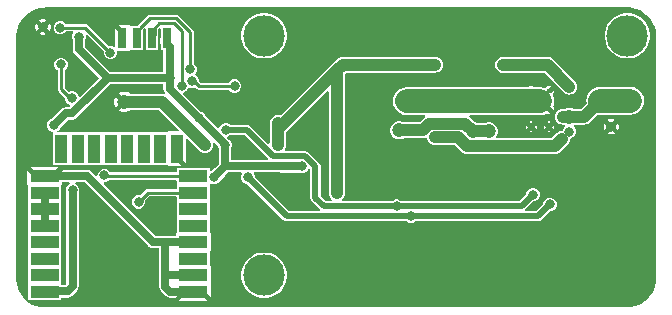
<source format=gbl>
G04*
G04 #@! TF.GenerationSoftware,Altium Limited,Altium Designer,21.4.1 (30)*
G04*
G04 Layer_Physical_Order=2*
G04 Layer_Color=16711680*
%FSLAX44Y44*%
%MOMM*%
G71*
G04*
G04 #@! TF.SameCoordinates,55B94D97-2DA6-48D6-997F-8BE97AF1AB5C*
G04*
G04*
G04 #@! TF.FilePolarity,Positive*
G04*
G01*
G75*
%ADD10C,0.5000*%
%ADD64C,2.0000*%
%ADD66C,0.7000*%
%ADD67C,1.0000*%
%ADD70C,0.2500*%
%ADD73C,3.5000*%
%ADD75C,0.4000*%
%ADD76C,0.7000*%
%ADD77C,0.8000*%
%ADD78C,1.2000*%
%ADD79R,2.4500X1.0000*%
%ADD80R,1.0000X2.4500*%
%ADD81R,0.7000X1.7000*%
G36*
X1257669Y521415D02*
X1260829Y520569D01*
X1263851Y519317D01*
X1266684Y517681D01*
X1269279Y515690D01*
X1271592Y513377D01*
X1273584Y510782D01*
X1275219Y507948D01*
X1276471Y504926D01*
X1277318Y501766D01*
X1277745Y498523D01*
Y496948D01*
X1277742Y496877D01*
X1277727Y496811D01*
X1277726Y496693D01*
X1277689Y496581D01*
X1277670Y496420D01*
X1277684Y496236D01*
X1277653Y496054D01*
X1277655Y495958D01*
X1277655Y292231D01*
X1277654Y292211D01*
X1277646Y292114D01*
X1277654Y292041D01*
X1277637Y291969D01*
X1277554Y289528D01*
X1276495Y284855D01*
X1274567Y280472D01*
X1271840Y276534D01*
X1268415Y273188D01*
X1264416Y270553D01*
X1259989Y268727D01*
X1255295Y267777D01*
X1252901Y267756D01*
X1252828Y267741D01*
X1252755Y267751D01*
X1252692Y267746D01*
X761266Y267745D01*
X760990Y267690D01*
X760707Y267683D01*
X760594Y267658D01*
X758975D01*
X755731Y268085D01*
X752571Y268931D01*
X749549Y270183D01*
X746716Y271819D01*
X744121Y273810D01*
X741808Y276123D01*
X739816Y278718D01*
X738181Y281551D01*
X736929Y284574D01*
X736082Y287734D01*
X735655Y290977D01*
Y292556D01*
X735658Y292623D01*
X735671Y292686D01*
X735672Y292943D01*
X735723Y293196D01*
X735745Y496660D01*
X735749Y496784D01*
X735745Y496806D01*
X735750Y496829D01*
X735774Y498532D01*
X736215Y501706D01*
X737056Y504793D01*
X738284Y507747D01*
X739879Y510521D01*
X741816Y513068D01*
X744062Y515346D01*
X746580Y517320D01*
X749330Y518955D01*
X752266Y520226D01*
X755340Y521112D01*
X758503Y521598D01*
X760102Y521637D01*
X760391Y521702D01*
X760688Y521720D01*
X760819Y521755D01*
X1251857Y521755D01*
X1251957Y521752D01*
X1252131Y521782D01*
X1252308Y521768D01*
X1252471Y521786D01*
X1252589Y521824D01*
X1252714Y521825D01*
X1252795Y521842D01*
X1254426Y521842D01*
X1257669Y521415D01*
D02*
G37*
%LPC*%
G36*
X759311Y511490D02*
X757589D01*
X755926Y511044D01*
X755456Y510773D01*
X758450Y507779D01*
X761444Y510773D01*
X760974Y511044D01*
X759311Y511490D01*
D02*
G37*
G36*
X848855Y515608D02*
X847704Y515379D01*
X846728Y514727D01*
X846728Y514727D01*
X838373Y506372D01*
X838250Y506188D01*
X833050D01*
Y506188D01*
X831790Y506212D01*
Y507028D01*
X822538D01*
X827164Y502402D01*
X824336Y499573D01*
X819710Y504199D01*
Y489119D01*
X818440Y488502D01*
X816733Y489209D01*
X814466D01*
X814050Y489037D01*
X796460Y506627D01*
X795484Y507279D01*
X794333Y507508D01*
X778024D01*
X777932Y507729D01*
X776329Y509332D01*
X774234Y510200D01*
X771966D01*
X769871Y509332D01*
X768268Y507729D01*
X767400Y505634D01*
Y503366D01*
X768268Y501271D01*
X769871Y499668D01*
X771966Y498800D01*
X774234D01*
X776329Y499668D01*
X777932Y501271D01*
X778024Y501492D01*
X783770D01*
X784256Y500319D01*
X784216Y500279D01*
X783348Y498184D01*
Y495916D01*
X783746Y494955D01*
Y486163D01*
X784149Y484134D01*
X785299Y482414D01*
X805713Y462000D01*
X789926Y446213D01*
X788504Y446587D01*
X787885Y448081D01*
X786281Y449685D01*
X784186Y450552D01*
X781919D01*
X780645Y450025D01*
X776808Y453863D01*
Y468476D01*
X777029Y468568D01*
X778632Y470171D01*
X779500Y472266D01*
Y474534D01*
X778632Y476629D01*
X777029Y478232D01*
X774934Y479100D01*
X772666D01*
X770571Y478232D01*
X768968Y476629D01*
X768100Y474534D01*
Y472266D01*
X768968Y470171D01*
X770571Y468568D01*
X770792Y468476D01*
Y452617D01*
X771021Y451466D01*
X771673Y450490D01*
X777353Y444811D01*
Y443719D01*
X778220Y441624D01*
X779824Y440020D01*
X781209Y439446D01*
X781516Y438228D01*
X780734Y437301D01*
X777817D01*
X775788Y436897D01*
X774068Y435748D01*
X765844Y427524D01*
X764421Y426935D01*
X762818Y425331D01*
X761950Y423236D01*
Y420969D01*
X762818Y418874D01*
X764421Y417270D01*
X766126Y416564D01*
X766628Y416196D01*
X767100Y415327D01*
Y415132D01*
Y387950D01*
X779830D01*
X780500Y387950D01*
X781770Y387950D01*
X793830D01*
X794500Y387950D01*
X795770Y387950D01*
X807830D01*
X808500Y387950D01*
X809770Y387950D01*
X821830D01*
X822500Y387950D01*
X823770Y387950D01*
X835830D01*
X836500Y387950D01*
X837770Y387950D01*
X849830D01*
X850500Y387950D01*
X851770Y387950D01*
X864260D01*
Y387110D01*
X876512D01*
X870386Y393236D01*
X873214Y396064D01*
X879340Y389939D01*
Y410311D01*
X880513Y410797D01*
X890889Y400421D01*
X892289Y399347D01*
X893919Y398672D01*
X895667Y398442D01*
X897417Y398672D01*
X899046Y399347D01*
X900446Y400421D01*
X901520Y401821D01*
X902195Y403451D01*
X902425Y405200D01*
X902195Y406949D01*
X903272Y407667D01*
X907034Y403905D01*
X907366Y403105D01*
Y389496D01*
X904818Y386949D01*
X904235Y386077D01*
X900970Y382812D01*
X900970Y382811D01*
X899700Y383493D01*
Y385650D01*
X871800D01*
Y381958D01*
X815602D01*
X815282Y382729D01*
X813679Y384332D01*
X811584Y385200D01*
X809316D01*
X807221Y384332D01*
X805618Y382729D01*
X804750Y380634D01*
Y379444D01*
X803480Y378918D01*
X799699Y382699D01*
X797979Y383848D01*
X795950Y384252D01*
X775230D01*
X768514Y377536D01*
X765686Y380364D01*
X771812Y386490D01*
X747888D01*
X754014Y380364D01*
X751186Y377536D01*
X745060Y383661D01*
Y371410D01*
X745900D01*
Y358250D01*
X745900D01*
Y357650D01*
X745900D01*
Y344250D01*
X745900D01*
Y343650D01*
X745900D01*
Y330920D01*
X745900Y330250D01*
X745900Y328980D01*
Y316920D01*
X745900Y316250D01*
X745900Y314980D01*
Y302920D01*
X745900Y302250D01*
X745900Y300980D01*
Y288920D01*
X745900Y288250D01*
X745900Y286980D01*
Y274250D01*
X773800D01*
Y276054D01*
X779399D01*
X781428Y276458D01*
X783148Y277607D01*
X787249Y281707D01*
X788398Y283427D01*
X788802Y285456D01*
Y365105D01*
X789200Y366066D01*
Y368334D01*
X788332Y370429D01*
X786729Y372032D01*
X785894Y372378D01*
X786146Y373648D01*
X793754D01*
X848201Y319201D01*
X849921Y318052D01*
X851950Y317648D01*
X856898D01*
Y285184D01*
X857302Y283155D01*
X858451Y281434D01*
X862551Y277334D01*
X864272Y276185D01*
X866301Y275781D01*
X870503D01*
X877086Y282364D01*
X879914Y279536D01*
X873789Y273410D01*
X897712D01*
X891586Y279536D01*
X894414Y282364D01*
X900540Y276238D01*
Y287410D01*
Y302490D01*
X899700D01*
Y315410D01*
X900540D01*
Y330490D01*
X899700D01*
Y342980D01*
X899700Y343650D01*
X899700Y344920D01*
Y356980D01*
X899700Y357650D01*
X899700Y358920D01*
Y370980D01*
X899700Y372250D01*
X900970Y372734D01*
X902566Y372073D01*
X904834D01*
X906929Y372940D01*
X908532Y374544D01*
X909122Y375967D01*
X912316Y379161D01*
X912899Y380033D01*
X914864Y381998D01*
X926505D01*
X927055Y380728D01*
X926300Y378906D01*
Y376639D01*
X927168Y374544D01*
X928771Y372940D01*
X930866Y372073D01*
X931644D01*
X961845Y341872D01*
X963234Y340944D01*
X964873Y340618D01*
X1066321D01*
X1066871Y340068D01*
X1068966Y339200D01*
X1071234D01*
X1073329Y340068D01*
X1073879Y340618D01*
X1177500D01*
X1179139Y340944D01*
X1180528Y341872D01*
X1187956Y349300D01*
X1188734D01*
X1190829Y350168D01*
X1192432Y351771D01*
X1193300Y353866D01*
Y356134D01*
X1192432Y358229D01*
X1190829Y359832D01*
X1188734Y360700D01*
X1186466D01*
X1184371Y359832D01*
X1182768Y358229D01*
X1181900Y356134D01*
Y355356D01*
X1175726Y349182D01*
X1167233D01*
X1166839Y350111D01*
X1166808Y350452D01*
X1173756Y357400D01*
X1174534D01*
X1176629Y358268D01*
X1178232Y359871D01*
X1179100Y361966D01*
Y364234D01*
X1178232Y366329D01*
X1176629Y367932D01*
X1174534Y368800D01*
X1172266D01*
X1170171Y367932D01*
X1168568Y366329D01*
X1167700Y364234D01*
Y363456D01*
X1161926Y357682D01*
X1061579D01*
X1061029Y358232D01*
X1058934Y359100D01*
X1056666D01*
X1054571Y358232D01*
X1054021Y357682D01*
X1011768D01*
X1011337Y358952D01*
X1012078Y359521D01*
X1013152Y360921D01*
X1013828Y362551D01*
X1014058Y364300D01*
Y465701D01*
X1014899Y466542D01*
X1090400D01*
X1092149Y466772D01*
X1093779Y467448D01*
X1095179Y468521D01*
X1096252Y469921D01*
X1096927Y471551D01*
X1097158Y473300D01*
X1096927Y475049D01*
X1096252Y476679D01*
X1095179Y478078D01*
X1093779Y479152D01*
X1092149Y479827D01*
X1090400Y480058D01*
X1012100D01*
X1010351Y479828D01*
X1008721Y479152D01*
X1007321Y478078D01*
X1002522Y473279D01*
X959370Y430127D01*
X959133Y430225D01*
X957384Y430456D01*
X955635Y430225D01*
X954005Y429550D01*
X952606Y428476D01*
X951532Y427077D01*
X950856Y425447D01*
X950626Y423698D01*
Y406501D01*
X949356Y405975D01*
X934003Y421328D01*
X932614Y422256D01*
X930975Y422582D01*
X917179D01*
X916629Y423132D01*
X914534Y424000D01*
X912266D01*
X910171Y423132D01*
X908568Y421529D01*
X907875Y419856D01*
X906527Y419409D01*
X895660Y430275D01*
X895262Y431236D01*
X893659Y432840D01*
X892698Y433238D01*
X877361Y448575D01*
X877735Y449997D01*
X879229Y450616D01*
X880832Y452219D01*
X881331Y453425D01*
X882873Y454161D01*
X883664Y453833D01*
X885932D01*
X887205Y454361D01*
X888592Y452973D01*
X889568Y452321D01*
X890719Y452092D01*
X915776D01*
X915868Y451871D01*
X917471Y450268D01*
X919566Y449400D01*
X921834D01*
X923929Y450268D01*
X925532Y451871D01*
X926400Y453966D01*
Y456234D01*
X925532Y458329D01*
X923929Y459932D01*
X921834Y460800D01*
X919566D01*
X917471Y459932D01*
X915868Y458329D01*
X915776Y458108D01*
X891965D01*
X890498Y459575D01*
Y460667D01*
X889630Y462762D01*
X888027Y464365D01*
X887774Y464470D01*
X887526Y465715D01*
X887782Y465971D01*
X888650Y468066D01*
Y470334D01*
X887782Y472429D01*
X886179Y474032D01*
X885958Y474124D01*
Y501150D01*
X885958Y501150D01*
X885729Y502301D01*
X885077Y503277D01*
X873627Y514727D01*
X872651Y515379D01*
X871500Y515608D01*
X848855D01*
X848855Y515608D01*
D02*
G37*
G36*
X764273Y507944D02*
X761278Y504950D01*
X764273Y501956D01*
X764544Y502426D01*
X764990Y504089D01*
Y505811D01*
X764544Y507474D01*
X764273Y507944D01*
D02*
G37*
G36*
X752627D02*
X752356Y507474D01*
X751910Y505811D01*
Y504089D01*
X752356Y502426D01*
X752627Y501956D01*
X755622Y504950D01*
X752627Y507944D01*
D02*
G37*
G36*
X758450Y502122D02*
X755455Y499127D01*
X755926Y498856D01*
X757589Y498410D01*
X759311D01*
X760974Y498856D01*
X761444Y499127D01*
X758450Y502122D01*
D02*
G37*
G36*
X1255181Y516888D02*
X1251399D01*
X1247690Y516150D01*
X1244195Y514702D01*
X1241051Y512601D01*
X1238376Y509927D01*
X1236275Y506782D01*
X1234828Y503288D01*
X1234090Y499579D01*
Y495797D01*
X1234828Y492087D01*
X1236275Y488593D01*
X1238376Y485448D01*
X1241051Y482774D01*
X1244195Y480673D01*
X1247690Y479225D01*
X1251399Y478488D01*
X1255181D01*
X1258890Y479225D01*
X1262385Y480673D01*
X1265529Y482774D01*
X1268204Y485448D01*
X1270305Y488593D01*
X1271752Y492087D01*
X1272490Y495797D01*
Y499579D01*
X1271752Y503288D01*
X1270305Y506782D01*
X1268204Y509927D01*
X1265529Y512601D01*
X1262385Y514702D01*
X1258890Y516150D01*
X1255181Y516888D01*
D02*
G37*
G36*
X947591D02*
X943809D01*
X940100Y516150D01*
X936605Y514702D01*
X933461Y512601D01*
X930786Y509927D01*
X928685Y506782D01*
X927238Y503288D01*
X926500Y499579D01*
Y495797D01*
X927238Y492087D01*
X928685Y488593D01*
X930786Y485448D01*
X933461Y482774D01*
X936605Y480673D01*
X940100Y479225D01*
X943809Y478488D01*
X947591D01*
X951301Y479225D01*
X954795Y480673D01*
X957939Y482774D01*
X960614Y485448D01*
X962715Y488593D01*
X964162Y492087D01*
X964900Y495797D01*
Y499579D01*
X964162Y503288D01*
X962715Y506782D01*
X960614Y509927D01*
X957939Y512601D01*
X954795Y514702D01*
X951301Y516150D01*
X947591Y516888D01*
D02*
G37*
G36*
X1187773Y455150D02*
X1185967D01*
X1184298Y454459D01*
X1183179Y453340D01*
X1182554Y453599D01*
X1179500Y454001D01*
X1174900D01*
X1174442Y454459D01*
X1172773Y455150D01*
X1170967D01*
X1169298Y454459D01*
X1168840Y454001D01*
X1066500D01*
X1063446Y453599D01*
X1060600Y452420D01*
X1058156Y450545D01*
X1056280Y448101D01*
X1055101Y445254D01*
X1054699Y442200D01*
X1055101Y439146D01*
X1056280Y436300D01*
X1058156Y433856D01*
X1060600Y431980D01*
X1063446Y430801D01*
X1066500Y430399D01*
X1081762D01*
X1082072Y429707D01*
X1082114Y429129D01*
X1080875Y428178D01*
X1077507Y424810D01*
X1063142D01*
X1063082Y424845D01*
X1061124Y425370D01*
X1059096D01*
X1057138Y424845D01*
X1055382Y423831D01*
X1053948Y422398D01*
X1052935Y420642D01*
X1052410Y418684D01*
Y416656D01*
X1052935Y414698D01*
X1053948Y412942D01*
X1055382Y411508D01*
X1057138Y410495D01*
X1059096Y409970D01*
X1061124D01*
X1063082Y410495D01*
X1064468Y411295D01*
X1080306D01*
X1082055Y411525D01*
X1082523Y411719D01*
X1082542Y411718D01*
X1083848Y410893D01*
X1083972Y409951D01*
X1084648Y408321D01*
X1085722Y406922D01*
X1087121Y405848D01*
X1088751Y405173D01*
X1090500Y404942D01*
X1107240D01*
X1112861Y399322D01*
X1114260Y398248D01*
X1115890Y397573D01*
X1117639Y397342D01*
X1191660D01*
X1193409Y397573D01*
X1195039Y398248D01*
X1196439Y399322D01*
X1202908Y405792D01*
X1203982Y407191D01*
X1204658Y408821D01*
X1204888Y410570D01*
X1205142Y410860D01*
X1205254D01*
X1207349Y411728D01*
X1208952Y413331D01*
X1209820Y415426D01*
Y417694D01*
X1208952Y419789D01*
X1207745Y420995D01*
X1207781Y422467D01*
X1207789Y422487D01*
X1216913D01*
X1218662Y422718D01*
X1220292Y423393D01*
X1221692Y424467D01*
X1228305Y431080D01*
X1230290Y430819D01*
X1255616D01*
X1258671Y431221D01*
X1261517Y432400D01*
X1263961Y434275D01*
X1265836Y436720D01*
X1267015Y439566D01*
X1267417Y442620D01*
X1267015Y445674D01*
X1265836Y448521D01*
X1263961Y450965D01*
X1261517Y452840D01*
X1258671Y454019D01*
X1255616Y454421D01*
X1230290D01*
X1227236Y454019D01*
X1224389Y452840D01*
X1221945Y450965D01*
X1220070Y448521D01*
X1218891Y445674D01*
X1218489Y442620D01*
X1218750Y440639D01*
X1214114Y436003D01*
X1207841D01*
X1207092Y436435D01*
X1205134Y436960D01*
X1203106D01*
X1201148Y436435D01*
X1200425Y436018D01*
X1198700D01*
X1196951Y435788D01*
X1195321Y435112D01*
X1193922Y434039D01*
X1192848Y432639D01*
X1192172Y431009D01*
X1191942Y429260D01*
X1192172Y427511D01*
X1192848Y425881D01*
X1193922Y424482D01*
X1195321Y423408D01*
X1196951Y422733D01*
X1198700Y422502D01*
X1200425D01*
X1200460Y422419D01*
X1200495Y420995D01*
X1199288Y419789D01*
X1198420Y417694D01*
Y417582D01*
X1198130Y417328D01*
X1196381Y417098D01*
X1194751Y416422D01*
X1193352Y415349D01*
X1188861Y410858D01*
X1142507D01*
X1142260Y411454D01*
X1142094Y412128D01*
X1143075Y413828D01*
X1143600Y415786D01*
Y417814D01*
X1143075Y419772D01*
X1142061Y421528D01*
X1140628Y422962D01*
X1138872Y423975D01*
X1136914Y424500D01*
X1134886D01*
X1132928Y423975D01*
X1132291Y423608D01*
X1126582D01*
X1125772Y424075D01*
X1124226Y424489D01*
X1120537Y428178D01*
X1119298Y429129D01*
X1119341Y429707D01*
X1119650Y430399D01*
X1179500D01*
X1182554Y430801D01*
X1184585Y431642D01*
X1185967Y431070D01*
X1187773D01*
X1188345Y431307D01*
X1185456Y434196D01*
X1188284Y437024D01*
X1191173Y434135D01*
X1191410Y434707D01*
Y436513D01*
X1190719Y438182D01*
X1190564Y438337D01*
X1190899Y439146D01*
X1191301Y442200D01*
X1190899Y445254D01*
X1190031Y447350D01*
X1190719Y448038D01*
X1191410Y449707D01*
Y451513D01*
X1191173Y452085D01*
X1188284Y449196D01*
X1185456Y452024D01*
X1188345Y454913D01*
X1187773Y455150D01*
D02*
G37*
G36*
X1185680Y479858D02*
X1148100D01*
X1146351Y479627D01*
X1144721Y478952D01*
X1143322Y477878D01*
X1142248Y476479D01*
X1141572Y474849D01*
X1141342Y473100D01*
X1141572Y471351D01*
X1142248Y469721D01*
X1143322Y468321D01*
X1144721Y467248D01*
X1146351Y466572D01*
X1148100Y466342D01*
X1182881D01*
X1199342Y449882D01*
X1200741Y448808D01*
X1202371Y448133D01*
X1204120Y447902D01*
X1205869Y448133D01*
X1207499Y448808D01*
X1208898Y449882D01*
X1209972Y451281D01*
X1210648Y452911D01*
X1210878Y454660D01*
X1210648Y456409D01*
X1209972Y458039D01*
X1208898Y459439D01*
X1190458Y477878D01*
X1189059Y478952D01*
X1187429Y479627D01*
X1185680Y479858D01*
D02*
G37*
G36*
X1240461Y427340D02*
X1238739D01*
X1237076Y426894D01*
X1236606Y426623D01*
X1239600Y423628D01*
X1242594Y426623D01*
X1242124Y426894D01*
X1240461Y427340D01*
D02*
G37*
G36*
X1187773Y425150D02*
X1185967D01*
X1185395Y424913D01*
X1186870Y423438D01*
X1188345Y424913D01*
X1187773Y425150D01*
D02*
G37*
G36*
X1172773D02*
X1170967D01*
X1170395Y424913D01*
X1171870Y423438D01*
X1173345Y424913D01*
X1172773Y425150D01*
D02*
G37*
G36*
X1182567Y422085D02*
X1182330Y421513D01*
Y419707D01*
X1182567Y419135D01*
X1184042Y420610D01*
X1182567Y422085D01*
D02*
G37*
G36*
X1167567D02*
X1167330Y421513D01*
Y419707D01*
X1167567Y419135D01*
X1169042Y420610D01*
X1167567Y422085D01*
D02*
G37*
G36*
X1191173Y422085D02*
X1189698Y420610D01*
X1191173Y419135D01*
X1191410Y419707D01*
Y421513D01*
X1191173Y422085D01*
D02*
G37*
G36*
X1176173D02*
X1174698Y420610D01*
X1176173Y419135D01*
X1176410Y419707D01*
Y421513D01*
X1176173Y422085D01*
D02*
G37*
G36*
X1245423Y423795D02*
X1242428Y420800D01*
X1245423Y417806D01*
X1245694Y418276D01*
X1246140Y419939D01*
Y421661D01*
X1245694Y423324D01*
X1245423Y423795D01*
D02*
G37*
G36*
X1233777D02*
X1233506Y423324D01*
X1233060Y421661D01*
Y419939D01*
X1233506Y418276D01*
X1233777Y417805D01*
X1236771Y420800D01*
X1233777Y423795D01*
D02*
G37*
G36*
X1186870Y417782D02*
X1185395Y416307D01*
X1185967Y416070D01*
X1187773D01*
X1188345Y416307D01*
X1186870Y417782D01*
D02*
G37*
G36*
X1171870D02*
X1170395Y416307D01*
X1170967Y416070D01*
X1172773D01*
X1173345Y416307D01*
X1171870Y417782D01*
D02*
G37*
G36*
X1239600Y417972D02*
X1236606Y414977D01*
X1237076Y414706D01*
X1238739Y414260D01*
X1240461D01*
X1242124Y414706D01*
X1242594Y414977D01*
X1239600Y417972D01*
D02*
G37*
G36*
X947591Y314150D02*
X943809D01*
X940100Y313412D01*
X936605Y311965D01*
X933461Y309864D01*
X930786Y307189D01*
X928685Y304045D01*
X927238Y300550D01*
X926500Y296841D01*
Y293059D01*
X927238Y289350D01*
X928685Y285855D01*
X930786Y282711D01*
X933461Y280036D01*
X936605Y277935D01*
X940100Y276488D01*
X943809Y275750D01*
X947591D01*
X951301Y276488D01*
X954795Y277935D01*
X957939Y280036D01*
X960614Y282711D01*
X962715Y285855D01*
X964162Y289350D01*
X964900Y293059D01*
Y296841D01*
X964162Y300550D01*
X962715Y304045D01*
X960614Y307189D01*
X957939Y309864D01*
X954795Y311965D01*
X951301Y313412D01*
X947591Y314150D01*
D02*
G37*
%LPD*%
G36*
X858050Y503537D02*
Y496500D01*
X857948Y495988D01*
Y490988D01*
X858050Y490475D01*
Y485788D01*
X860310D01*
Y467302D01*
X815407D01*
X794350Y488359D01*
Y494955D01*
X794748Y495916D01*
Y498035D01*
X795133Y498340D01*
X795921Y498658D01*
X809910Y484669D01*
X809900Y484643D01*
Y482375D01*
X810768Y480280D01*
X812371Y478677D01*
X814466Y477809D01*
X816733D01*
X818829Y478677D01*
X820432Y480280D01*
X821300Y482375D01*
Y484643D01*
X821503Y484948D01*
X831790D01*
Y485763D01*
X833050Y485788D01*
Y485788D01*
X843450D01*
Y502941D01*
X844377Y503868D01*
X845550Y503382D01*
Y485788D01*
X855950D01*
Y497947D01*
X856008Y498237D01*
Y503154D01*
X856877Y504023D01*
X858050Y503537D01*
D02*
G37*
G36*
X860501Y452634D02*
X860905Y450605D01*
X861772Y449308D01*
X860930Y448282D01*
X860814Y448330D01*
X859065Y448560D01*
X832719D01*
X832644Y448636D01*
X830696Y449761D01*
X828524Y450342D01*
X826276D01*
X824104Y449761D01*
X822941Y449090D01*
X828814Y443217D01*
X827400Y441802D01*
X828814Y440388D01*
X822941Y434515D01*
X824104Y433844D01*
X826276Y433262D01*
X828524D01*
X830696Y433844D01*
X832644Y434969D01*
X832719Y435045D01*
X856265D01*
X873447Y417863D01*
X872961Y416690D01*
X864260D01*
Y415850D01*
X851770D01*
X851100Y415850D01*
X849830Y415850D01*
X837770D01*
X837100Y415850D01*
X835830Y415850D01*
X823770D01*
X823100Y415850D01*
X821830Y415850D01*
X809770D01*
X809100Y415850D01*
X807830Y415850D01*
X795770D01*
X795100Y415850D01*
X793830Y415850D01*
X781770D01*
X781100Y415850D01*
X779830Y415850D01*
X770769D01*
X770516Y417120D01*
X770879Y417270D01*
X772482Y418874D01*
X772689Y419373D01*
X780013Y426697D01*
X783210D01*
X785239Y427100D01*
X786959Y428250D01*
X815407Y456698D01*
X860501D01*
Y452634D01*
D02*
G37*
G36*
X949347Y393872D02*
X948821Y392602D01*
X917969D01*
Y403105D01*
X918367Y404066D01*
Y406334D01*
X917500Y408428D01*
X916240Y409688D01*
X916225Y409710D01*
X914509Y411427D01*
X914956Y412775D01*
X916629Y413468D01*
X917179Y414018D01*
X929202D01*
X949347Y393872D01*
D02*
G37*
G36*
X984918Y384553D02*
Y360600D01*
X985244Y358961D01*
X986172Y357572D01*
X993292Y350452D01*
X993261Y350111D01*
X992867Y349182D01*
X966646D01*
X937700Y378129D01*
Y378906D01*
X936945Y380728D01*
X937495Y381998D01*
X958910D01*
X959899Y381801D01*
X975607D01*
X976568Y381403D01*
X978836D01*
X980931Y382271D01*
X982534Y383874D01*
X982848Y384631D01*
X984335Y385017D01*
X984918Y384553D01*
D02*
G37*
G36*
X871800Y375044D02*
X871800Y372250D01*
X871800Y370980D01*
Y367958D01*
X847300D01*
X847300Y367958D01*
X846149Y367729D01*
X845173Y367077D01*
X845173Y367077D01*
X840855Y362758D01*
X840634Y362850D01*
X838366D01*
X836271Y361982D01*
X834668Y360379D01*
X833800Y358284D01*
Y356016D01*
X834668Y353921D01*
X836271Y352318D01*
X838366Y351450D01*
X840634D01*
X842729Y352318D01*
X844332Y353921D01*
X845200Y356016D01*
Y358284D01*
X845108Y358505D01*
X848546Y361942D01*
X870902D01*
X871800Y361044D01*
X871800Y358250D01*
X871800Y356980D01*
Y344920D01*
X871800Y344250D01*
X871800Y342980D01*
Y330490D01*
X870960D01*
Y328252D01*
X854146D01*
X809868Y372530D01*
X810394Y373800D01*
X811584D01*
X813679Y374668D01*
X814953Y375942D01*
X870902D01*
X871800Y375044D01*
D02*
G37*
G36*
X1000542Y450526D02*
Y364300D01*
X1000772Y362551D01*
X1001448Y360921D01*
X1002522Y359521D01*
X1003263Y358952D01*
X1002832Y357682D01*
X998174D01*
X993482Y362374D01*
Y387202D01*
X993156Y388841D01*
X992228Y390230D01*
X983728Y398730D01*
X982339Y399658D01*
X980700Y399984D01*
X963656D01*
X963030Y401254D01*
X963236Y401523D01*
X963912Y403153D01*
X964142Y404902D01*
Y415785D01*
X999369Y451012D01*
X1000542Y450526D01*
D02*
G37*
G36*
X781106Y372378D02*
X780271Y372032D01*
X778668Y370429D01*
X777800Y368334D01*
Y366066D01*
X778198Y365105D01*
Y287652D01*
X777203Y286658D01*
X774698D01*
X773800Y287556D01*
X773800Y288920D01*
Y300980D01*
X773800Y301650D01*
X773800Y302920D01*
Y314980D01*
X773800Y315650D01*
X773800Y316920D01*
Y328980D01*
X773800Y329650D01*
X773800Y330920D01*
Y343650D01*
X773800D01*
Y344250D01*
X773800D01*
Y357650D01*
X773800D01*
Y358250D01*
X773800D01*
Y371410D01*
X774640D01*
Y373648D01*
X780854D01*
X781106Y372378D01*
D02*
G37*
%LPC*%
G36*
X820113Y446261D02*
X819442Y445099D01*
X818860Y442927D01*
Y440678D01*
X819442Y438506D01*
X820113Y437344D01*
X824572Y441802D01*
X820113Y446261D01*
D02*
G37*
%LPD*%
D10*
X996400Y353400D02*
X1057800D01*
X953573Y395702D02*
X980700D01*
X989200Y360600D02*
X996400Y353400D01*
X989200Y360600D02*
Y387202D01*
X980700Y395702D02*
X989200Y387202D01*
X1057800Y353400D02*
X1163700D01*
X1173400Y363100D01*
X964873Y344900D02*
X1177500D01*
X1187600Y355000D01*
X932000Y377772D02*
X964873Y344900D01*
X930975Y418300D02*
X953573Y395702D01*
X932000Y377772D02*
X932000D01*
X913400Y418300D02*
X930975D01*
D64*
X1230290Y442620D02*
X1255616D01*
X1077900Y442200D02*
X1179500D01*
X1066500D02*
X1077900D01*
D66*
X912667Y387300D02*
X959702D01*
X959899Y387103D01*
X977702D01*
X903700Y377772D02*
Y378043D01*
X908567Y382910D01*
X862200Y322950D02*
X885750D01*
X862200Y285184D02*
X866301Y281083D01*
X885617D02*
X885750Y280950D01*
X862200Y285184D02*
Y322950D01*
X866301Y281083D02*
X885617D01*
X865400Y294950D02*
X885750D01*
X851950Y322950D02*
X862200D01*
X759850Y378950D02*
X795950D01*
X758450D02*
X759850D01*
X795950D02*
X851950Y322950D01*
X908567Y382910D02*
Y383200D01*
X912667Y387300D01*
X767650Y422103D02*
X767921D01*
X777817Y431999D02*
X783210D01*
X813211Y462000D01*
X767921Y422103D02*
X777817Y431999D01*
X759850Y350950D02*
Y364950D01*
Y336950D02*
Y350950D01*
X779399Y281356D02*
X783500Y285456D01*
X767506Y281356D02*
X779399D01*
X783500Y285456D02*
Y367200D01*
X773265Y396765D02*
X773300Y396800D01*
X865803Y452634D02*
X890430Y428008D01*
X865803Y452634D02*
Y461809D01*
X890430Y428007D02*
X912476Y405961D01*
X890430Y428007D02*
Y428008D01*
X912476Y405391D02*
X912667Y405200D01*
X912476Y405391D02*
Y405961D01*
X865612Y462000D02*
X865803Y461809D01*
X912667Y387300D02*
Y405200D01*
X813211Y462000D02*
X865612D01*
X863250Y490988D02*
X865612Y488626D01*
Y462000D02*
Y488626D01*
X789048Y486163D02*
Y497050D01*
Y486163D02*
X813211Y462000D01*
X863250Y490988D02*
Y495988D01*
D67*
X958900Y420100D02*
X1007300Y468500D01*
Y364300D02*
Y468500D01*
X859065Y441802D02*
X895667Y405200D01*
X827400Y441802D02*
X859065D01*
X1117639Y404100D02*
X1191660D01*
X1197890Y410330D02*
X1198130Y410570D01*
X1191660Y404100D02*
X1197890Y410330D01*
X1148100Y473100D02*
X1185680D01*
X1007300Y468500D02*
X1012100Y473300D01*
X957384Y404902D02*
Y423698D01*
X1012100Y473300D02*
X1090400D01*
X1185680Y473100D02*
X1204120Y454660D01*
X1110040Y411700D02*
X1117639Y404100D01*
X1122800Y416850D02*
X1135850D01*
X1216913Y429245D02*
X1230273Y442605D01*
X1198700Y429260D02*
X1204120D01*
X1204103Y429245D02*
X1216913D01*
X1060493Y418053D02*
X1080306D01*
X1115759Y423400D02*
X1122309Y416850D01*
X1080306Y418053D02*
X1085654Y423400D01*
X1060110Y417670D02*
X1060493Y418053D01*
X1085654Y423400D02*
X1115759D01*
X1135850Y416850D02*
X1135900Y416800D01*
X1090500Y411700D02*
X1110040D01*
D70*
X847300Y364950D02*
X885750D01*
X839500Y357150D02*
X847300Y364950D01*
X810450Y379500D02*
X811000Y378950D01*
X885750D01*
Y350950D02*
X886050D01*
X890719Y455100D02*
X920700D01*
X884798Y459533D02*
X886286D01*
X876000Y455448D02*
Y501600D01*
X886286Y459533D02*
X890719Y455100D01*
X773800Y452617D02*
Y473400D01*
X781564Y444852D02*
X783053D01*
X773800Y452617D02*
X781564Y444852D01*
X815324Y483509D02*
X815600D01*
X794333Y504500D02*
X815324Y483509D01*
X773100Y504500D02*
X794333D01*
X871500Y512600D02*
X882950Y501150D01*
Y469200D02*
Y501150D01*
X869200Y508400D02*
X876000Y501600D01*
X853000Y498237D02*
Y504400D01*
X857000Y508400D02*
X869200D01*
X850750Y495988D02*
X853000Y498237D01*
Y504400D02*
X857000Y508400D01*
X840500Y504245D02*
X848855Y512600D01*
X871500D01*
X840500Y503237D02*
Y504245D01*
X838250Y500988D02*
X840500Y503237D01*
X838250Y495988D02*
Y500988D01*
D73*
X945700Y497687D02*
D03*
X1253290D02*
D03*
X945700Y294950D02*
D03*
D75*
X1186870Y450610D02*
D03*
X1171870D02*
D03*
Y420610D02*
D03*
X1186870D02*
D03*
Y435610D02*
D03*
X1171870D02*
D03*
D76*
X1267000Y406000D02*
D03*
Y378000D02*
D03*
X1260000Y364000D02*
D03*
X1267000Y350000D02*
D03*
X1260000Y336000D02*
D03*
X1267000Y322000D02*
D03*
X1260000Y308000D02*
D03*
X1267000Y294000D02*
D03*
X1260000Y280000D02*
D03*
X1253000Y378000D02*
D03*
X1246000Y364000D02*
D03*
X1253000Y350000D02*
D03*
X1246000Y336000D02*
D03*
Y280000D02*
D03*
X1232000Y364000D02*
D03*
X1239000Y350000D02*
D03*
X1232000Y336000D02*
D03*
Y280000D02*
D03*
X1218000Y504000D02*
D03*
X1225000Y490000D02*
D03*
X1218000Y336000D02*
D03*
X1225000Y322000D02*
D03*
X1218000Y308000D02*
D03*
X1225000Y294000D02*
D03*
X1218000Y280000D02*
D03*
X1204000Y504000D02*
D03*
X1211000Y490000D02*
D03*
X1204000Y336000D02*
D03*
X1211000Y322000D02*
D03*
X1204000Y308000D02*
D03*
X1211000Y294000D02*
D03*
X1204000Y280000D02*
D03*
X1190000Y504000D02*
D03*
X1197000Y490000D02*
D03*
X1190000Y336000D02*
D03*
X1197000Y322000D02*
D03*
X1190000Y308000D02*
D03*
X1197000Y294000D02*
D03*
X1190000Y280000D02*
D03*
X1176000Y504000D02*
D03*
X1183000Y490000D02*
D03*
X1176000Y336000D02*
D03*
X1183000Y322000D02*
D03*
X1176000Y308000D02*
D03*
X1183000Y294000D02*
D03*
X1176000Y280000D02*
D03*
X1162000Y504000D02*
D03*
X1169000Y490000D02*
D03*
X1162000Y336000D02*
D03*
X1169000Y322000D02*
D03*
X1162000Y308000D02*
D03*
X1169000Y294000D02*
D03*
X1162000Y280000D02*
D03*
X1148000Y504000D02*
D03*
X1155000Y490000D02*
D03*
X1148000Y336000D02*
D03*
X1155000Y322000D02*
D03*
X1148000Y308000D02*
D03*
X1155000Y294000D02*
D03*
X1148000Y280000D02*
D03*
X1134000Y504000D02*
D03*
X1141000Y490000D02*
D03*
X1134000Y476000D02*
D03*
Y336000D02*
D03*
X1141000Y322000D02*
D03*
Y294000D02*
D03*
X1134000Y280000D02*
D03*
X1120000Y504000D02*
D03*
X1127000Y490000D02*
D03*
X1120000Y476000D02*
D03*
X1127000Y378000D02*
D03*
X1120000Y364000D02*
D03*
Y336000D02*
D03*
Y280000D02*
D03*
X1106000Y504000D02*
D03*
X1113000Y490000D02*
D03*
Y378000D02*
D03*
X1106000Y364000D02*
D03*
Y336000D02*
D03*
X1092000Y504000D02*
D03*
X1099000Y490000D02*
D03*
Y378000D02*
D03*
X1092000Y364000D02*
D03*
Y336000D02*
D03*
X1099000Y322000D02*
D03*
X1092000Y308000D02*
D03*
X1078000Y504000D02*
D03*
X1085000Y490000D02*
D03*
Y378000D02*
D03*
X1078000Y364000D02*
D03*
Y336000D02*
D03*
X1085000Y294000D02*
D03*
X1078000Y280000D02*
D03*
X1064000Y504000D02*
D03*
X1071000Y490000D02*
D03*
Y378000D02*
D03*
X1064000Y364000D02*
D03*
Y308000D02*
D03*
X1071000Y294000D02*
D03*
X1064000Y280000D02*
D03*
X1050000Y504000D02*
D03*
X1057000Y490000D02*
D03*
Y378000D02*
D03*
X1050000Y364000D02*
D03*
X1057000Y294000D02*
D03*
X1050000Y280000D02*
D03*
X1036000Y504000D02*
D03*
X1043000Y490000D02*
D03*
X1036000Y308000D02*
D03*
X1043000Y294000D02*
D03*
X1022000Y504000D02*
D03*
X1029000Y490000D02*
D03*
Y462000D02*
D03*
X1022000Y364000D02*
D03*
X1029000Y322000D02*
D03*
X1008000Y504000D02*
D03*
X1015000Y490000D02*
D03*
Y322000D02*
D03*
X1008000Y308000D02*
D03*
X1015000Y294000D02*
D03*
X1008000Y280000D02*
D03*
X994000Y504000D02*
D03*
X1001000Y490000D02*
D03*
Y322000D02*
D03*
X994000Y308000D02*
D03*
X1001000Y294000D02*
D03*
X994000Y280000D02*
D03*
X980000Y504000D02*
D03*
X987000Y490000D02*
D03*
X980000Y308000D02*
D03*
X987000Y294000D02*
D03*
X980000Y280000D02*
D03*
X973000Y490000D02*
D03*
Y378000D02*
D03*
X966000Y308000D02*
D03*
X973000Y294000D02*
D03*
X966000Y280000D02*
D03*
X959000Y378000D02*
D03*
Y322000D02*
D03*
X945000Y378000D02*
D03*
Y322000D02*
D03*
X924000Y336000D02*
D03*
X931000Y322000D02*
D03*
X924000Y308000D02*
D03*
Y280000D02*
D03*
X910000Y504000D02*
D03*
X917000Y490000D02*
D03*
Y322000D02*
D03*
X910000Y308000D02*
D03*
X917000Y294000D02*
D03*
X910000Y280000D02*
D03*
X896000Y504000D02*
D03*
X903000Y490000D02*
D03*
X896000Y476000D02*
D03*
X854000Y280000D02*
D03*
X840000Y308000D02*
D03*
X847000Y294000D02*
D03*
X840000Y280000D02*
D03*
X826000Y336000D02*
D03*
Y308000D02*
D03*
X833000Y294000D02*
D03*
X826000Y280000D02*
D03*
X812000Y336000D02*
D03*
Y308000D02*
D03*
X819000Y294000D02*
D03*
X812000Y280000D02*
D03*
X798000Y364000D02*
D03*
X805000Y350000D02*
D03*
X798000Y336000D02*
D03*
Y308000D02*
D03*
X805000Y294000D02*
D03*
X798000Y280000D02*
D03*
X784000Y476000D02*
D03*
Y420000D02*
D03*
X777000Y490000D02*
D03*
X763000D02*
D03*
X756000Y420000D02*
D03*
X742000Y504000D02*
D03*
X749000Y490000D02*
D03*
X742000Y476000D02*
D03*
X749000Y462000D02*
D03*
X742000Y448000D02*
D03*
Y420000D02*
D03*
X749000Y406000D02*
D03*
X742000Y392000D02*
D03*
Y364000D02*
D03*
Y336000D02*
D03*
Y308000D02*
D03*
D77*
X1007300Y364300D02*
D03*
X977702Y387103D02*
D03*
X1057800Y353400D02*
D03*
X1070100Y344900D02*
D03*
X1173400Y363100D02*
D03*
X1187600Y355000D02*
D03*
X839500Y357150D02*
D03*
X903700Y377772D02*
D03*
X932000D02*
D03*
X787500Y403500D02*
D03*
X886600Y337200D02*
D03*
X759850Y350950D02*
D03*
X810450Y379500D02*
D03*
X886050Y350950D02*
D03*
X758450Y504950D02*
D03*
X767650Y422103D02*
D03*
X758450Y378950D02*
D03*
X783500Y367200D02*
D03*
X773265Y396765D02*
D03*
X1197890Y410330D02*
D03*
X876000Y455448D02*
D03*
X884798Y459533D02*
D03*
X890430Y428007D02*
D03*
X895667Y405200D02*
D03*
X865612Y462000D02*
D03*
X1148100Y473100D02*
D03*
X1204120Y454660D02*
D03*
X1007300Y468500D02*
D03*
X913400Y418300D02*
D03*
X920700Y455100D02*
D03*
X912667Y405200D02*
D03*
X773800Y473400D02*
D03*
X783053Y444852D02*
D03*
X815600Y483509D02*
D03*
X789048Y497050D02*
D03*
X882950Y469200D02*
D03*
X773100Y504500D02*
D03*
X957384Y404902D02*
D03*
Y423698D02*
D03*
X1239600Y420800D02*
D03*
X1204120Y416560D02*
D03*
X1090500Y411700D02*
D03*
X1090400Y473300D02*
D03*
D78*
X827400Y441802D02*
D03*
X1179100Y440200D02*
D03*
X1064200Y442200D02*
D03*
X1077900D02*
D03*
X1091430Y442170D02*
D03*
X1060110Y417670D02*
D03*
X1122800Y416900D02*
D03*
X1135900Y416800D02*
D03*
X1204120Y429260D02*
D03*
X1243100Y442700D02*
D03*
X1230290Y442620D02*
D03*
X1255895Y442341D02*
D03*
D79*
X759850Y280950D02*
D03*
Y294950D02*
D03*
Y308950D02*
D03*
Y322950D02*
D03*
Y336950D02*
D03*
Y350950D02*
D03*
Y364950D02*
D03*
Y378950D02*
D03*
X885750D02*
D03*
Y364950D02*
D03*
Y350950D02*
D03*
Y336950D02*
D03*
Y322950D02*
D03*
Y308950D02*
D03*
Y294950D02*
D03*
Y280950D02*
D03*
D80*
X871800Y401900D02*
D03*
X857800D02*
D03*
X843800D02*
D03*
X829800D02*
D03*
X815800D02*
D03*
X801800D02*
D03*
X787800D02*
D03*
X773800D02*
D03*
D81*
X825750Y495988D02*
D03*
X838250D02*
D03*
X850750D02*
D03*
X863250D02*
D03*
M02*

</source>
